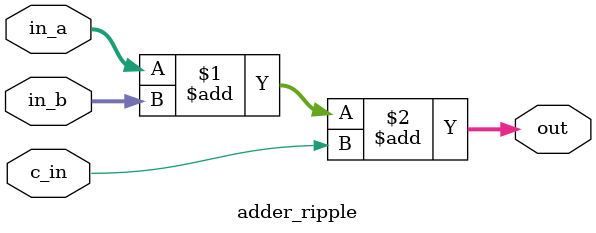
<source format=sv>


// OUTPUT
// val:    2 bit decimal, 9 bit fraction, positionally weighted

`define NUM_BITS 17

module tt_um_cordic(
    input logic clk, rst, mode_toggle, out_toggle,
    input logic [9:0] in_val,
    output logic signed [10:0] val,
    output logic done
);

    logic [`NUM_BITS-1:0] in_val_32768;
    logic [`NUM_BITS-1:0] in_x_32768, in_y_32768;
    logic [`NUM_BITS-1:0] z_coeff[15:0];
    logic [`NUM_BITS-1:0] z_coeff_group[3:0];
    logic [2:0] step_ctr;
    logic [4:0] step_ctr_4;

    logic [`NUM_BITS-1:0] out1, out2;

    // toggling between outputs
    assign val = out_toggle ? out1[16:6] : out2[16:6];
    // Multiplying by 32768

    // rotation mode
    assign in_val_32768 = {in_val, 8'b0};
    // vectoring mode
    assign in_x_32768 = {2'b0, in_val[9:5], 10'b0};
    assign in_y_32768 = {2'b0, in_val[4:0], 10'b0};

    // "LUT" array that is inputted per stage
    assign z_coeff[0] = 17'd25736;
    assign z_coeff[1] = 17'd15193;
    assign z_coeff[2] = 17'd8027;
    assign z_coeff[3] = 17'd4075;
    assign z_coeff[4] = 17'd2045;
    assign z_coeff[5] = 17'd1024;
    assign z_coeff[6] = 17'd512;
    assign z_coeff[7] = 17'd256;
    assign z_coeff[8] = 17'd128;
    assign z_coeff[9] = 17'd64;
    assign z_coeff[10] = 17'd32;
    assign z_coeff[11] = 17'd16;
    assign z_coeff[12] = 17'd8;
    assign z_coeff[13] = 17'd4;
    assign z_coeff[14] = 17'd2;
    assign z_coeff[15] = 17'd1;

    // intermediate values for generate statement
    logic [`NUM_BITS-1:0] int_x[3:0], int_y[3:0], int_z[3:0];
    logic [`NUM_BITS-1:0] in_ff_x[4:0], in_ff_y[4:0], in_ff_z[4:0];
    logic [`NUM_BITS-1:0] init_z, init_y, init_x, curr_x, curr_y, curr_z, next_x, next_y, next_z;

    // mode = rotation(0) vector(1)
    assign init_z = mode_toggle ? 'b0 : in_val_32768;
    assign init_y = mode_toggle ? in_y_32768 : 'b0;
    assign init_x = mode_toggle ? in_x_32768 : 17'd19898;

    // aggregating 4 stages out of 16 to save on FFs
    four_stages fstage_0 (.in_x(curr_x), .in_y(curr_y), .in_z(curr_z),
                               .clk(clk), .reset(rst), .mode(mode_toggle),
                               .out_x(next_x), .out_y(next_y), .out_z(next_z),
                               .z_coeff_0(z_coeff_group[0]), .z_coeff_1(z_coeff_group[1]),
                               .z_coeff_2(z_coeff_group[2]), .z_coeff_3(z_coeff_group[3]), .step_ctr(step_ctr_4));

    // calculate the shifting amount, and the z coefficient based on the ctr value
    always_comb begin
        step_ctr_4 = (step_ctr - 3'd1) << 2;
        z_coeff_group[0] = 'b0; z_coeff_group[1] = 'b0;
        z_coeff_group[2] = 'b0; z_coeff_group[3] = 'b0;
        case (step_ctr)
            3'd1: begin
                  z_coeff_group[0] = z_coeff[0];
                  z_coeff_group[1] = z_coeff[1];
                  z_coeff_group[2] = z_coeff[2];
                  z_coeff_group[3] = z_coeff[3];
            end
            3'd2: begin
                  z_coeff_group[0] = z_coeff[4];
                  z_coeff_group[1] = z_coeff[5];
                  z_coeff_group[2] = z_coeff[6];
                  z_coeff_group[3] = z_coeff[7];
            end
            3'd3: begin
                  z_coeff_group[0] = z_coeff[8];
                  z_coeff_group[1] = z_coeff[9];
                  z_coeff_group[2] = z_coeff[10];
                  z_coeff_group[3] = z_coeff[11];
            end
            3'd4: begin
                  z_coeff_group[0] = z_coeff[12];
                  z_coeff_group[1] = z_coeff[13];
                  z_coeff_group[2] = z_coeff[14];
                  z_coeff_group[3] = z_coeff[15];
            end
        endcase
    end

    // updating counters and x/y/z values
    always_ff @ (posedge clk, posedge rst) begin
        if (rst) begin
            step_ctr <= 'b0;
            done <= 'b0;
            curr_x <= 'b0;
            curr_y <= 'b0;
            curr_z <= 'b0;
        end else begin
            if (~done)
                step_ctr <= step_ctr + 3'b1;
            if (step_ctr == 3'd4) begin
                out1 <= mode_toggle ? next_z : next_y;
                out2 <= next_x;
                done <= 1'b1;
            end else begin
                if (step_ctr == 'b0) begin
                    curr_x <= init_x;
                    curr_y <= init_y;
                    curr_z <= init_z;
                end else begin
                    curr_x <= next_x;
                    curr_y <= next_y;
                    curr_z <= next_z;
                end
            end
        end
    end

endmodule: tt_um_cordic


/* includes 4 stages connections */
module four_stages #(
    parameter STAGE_NUM_FOURTH=0)
(
    // in_x/y/z and z_coeffs for earlier stage
    input logic signed [`NUM_BITS-1:0] in_x, in_y, in_z,
    input logic [`NUM_BITS-1:0] z_coeff_1, z_coeff_2, z_coeff_3, z_coeff_0,
    input logic [4:0] step_ctr,
    input logic clk, reset, mode,
    // output from the later stage
    output logic signed [`NUM_BITS-1:0] out_x, out_y, out_z
);

    logic [`NUM_BITS-1:0] int_out_x[2:0], int_out_y[2:0], int_out_z[2:0];
    stage  stage_0 (.in_x(in_x), .in_y(in_y), .in_z(in_z),
                                     .z_coeff(z_coeff_0), .clk(clk), .reset(reset), .mode(mode),
                                     .out_x(int_out_x[0]), .out_y(int_out_y[0]), .out_z(int_out_z[0]),
                                     .step_ctr(step_ctr));
    stage stage_1 (.in_x(int_out_x[0]), .in_y(int_out_y[0]), .in_z(int_out_z[0]),
                                     .z_coeff(z_coeff_1), .clk(clk), .reset(reset), .mode(mode),
                                     .out_x(int_out_x[1]), .out_y(int_out_y[1]), .out_z(int_out_z[1]),
                                     .step_ctr(step_ctr + 5'd1));
    stage stage_2 (.in_x(int_out_x[1]), .in_y(int_out_y[1]), .in_z(int_out_z[1]),
                                     .z_coeff(z_coeff_2), .clk(clk), .reset(reset), .mode(mode),
                                     .out_x(int_out_x[2]), .out_y(int_out_y[2]), .out_z(int_out_z[2]),
                                     .step_ctr(step_ctr + 5'd2));
    stage  stage_3 (.in_x(int_out_x[2]), .in_y(int_out_y[2]), .in_z(int_out_z[2]),
                                     .z_coeff(z_coeff_3), .clk(clk), .reset(reset), .mode(mode),
                                     .out_x(out_x), .out_y(out_y), .out_z(out_z),
                                     .step_ctr(step_ctr + 5'd3));

endmodule: four_stages


/* Single stage that does a single transformation */
module stage
(
    input logic signed [`NUM_BITS-1:0] in_x, in_y, in_z, z_coeff,
    input logic clk, reset, mode,
    input logic [4:0] step_ctr,
    output logic signed [`NUM_BITS-1:0] out_x, out_y, out_z
);

    logic [`NUM_BITS-1:0] z_coeff_n, neg_z, z_coeff_d;
    logic [`NUM_BITS-1:0] x_coeff, x_coeff_n, neg_x, x_coeff_d;
    logic [`NUM_BITS-1:0] y_coeff, y_coeff_n, neg_y, y_coeff_d;
    logic to_case; // <- case on the sign of z(mode 0) or y(mode 1)

    assign to_case = mode ? ~in_y[`NUM_BITS-1] : in_z[`NUM_BITS-1];
    subtractor_ripple #(17) subz (.in_a(in_z), .in_b(z_coeff), .sub(~to_case),
                                  .out(out_z));

    // assign y_coeff = {{STAGE_NUM{in_y[`NUM_BITS-1]}}, in_y[`NUM_BITS-1:STAGE_NUM]};
    assign y_coeff = in_y >>> step_ctr;
    subtractor_ripple #(17) subx (.in_a(in_x), .in_b(y_coeff), .sub(~to_case),
                                  .out(out_x));
    // assign x_coeff = {{STAGE_NUM{in_x[`NUM_BITS-1]}}, in_x[`NUM_BITS-1:STAGE_NUM]};
    assign x_coeff = in_x >>> step_ctr;
    subtractor_ripple #(17) suby (.in_a(in_y), .in_b(x_coeff), .sub(to_case),
                                  .out(out_y));
endmodule: stage


// Subtractor that is based on a ripple full adder, just adds extra
// layer of subtraction decision logic. Subtract if sub=1, add if sub=0
module subtractor_ripple # (
    WIDTH=16)
    (input logic [WIDTH-1:0] in_a, in_b,
     input logic             sub,
     output logic [WIDTH-1:0] out);

    logic [WIDTH-1:0] modified_b, sub_extended;

    assign sub_extended = {(WIDTH){sub}};
    assign modified_b = sub_extended ^ in_b;

    adder_ripple #(WIDTH) inside_add (.in_a(in_a), .in_b(modified_b),
                          .c_in(sub), .out(out));

endmodule: subtractor_ripple

/* parametrized ripple carry adder */
module adder_ripple #(
    WIDTH=16)
    (input logic [WIDTH-1:0] in_a, in_b,
     input logic             c_in,
     output logic [WIDTH-1:0] out);

    assign out = in_a + in_b + c_in;

endmodule: adder_ripple


</source>
